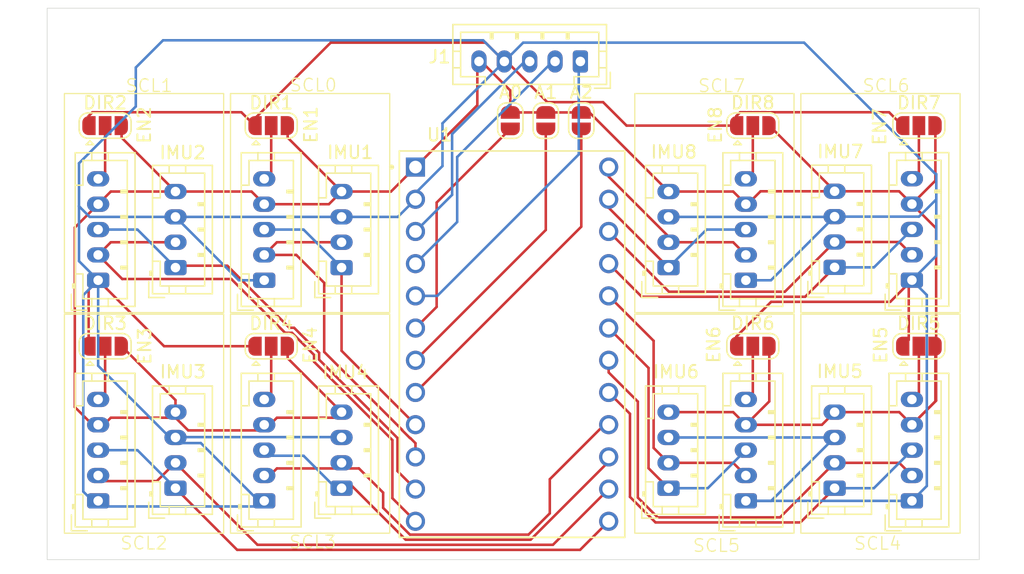
<source format=kicad_pcb>
(kicad_pcb (version 20240108) (generator "pcbnew") (generator_version "8.0")
  (layers (0 "F.Cu" signal) (31 "B.Cu" signal) (34 "B.Paste" user) (35 "F.Paste" user) (36 "B.SilkS" user "B.Silkscreen") (37 "F.SilkS" user "F.Silkscreen") (38 "B.Mask" user) (39 "F.Mask" user) (44 "Edge.Cuts" user))
  (net 0 "")
  (net 1 "GND")
  (net 2 "/DIR1")
  (net 3 "VCC")
  (net 4 "/SCL0")
  (net 5 "/SDA0")
  (net 6 "/SDA1")
  (net 7 "/SCL1")
  (net 8 "/SCL2")
  (net 9 "/SDA2")
  (net 10 "/SDA3")
  (net 11 "/SCL3")
  (net 12 "/SCL4")
  (net 13 "/SDA4")
  (net 14 "/DIR2")
  (net 15 "/SCL5")
  (net 16 "/SDA5")
  (net 17 "/SDA6")
  (net 18 "/SCL6")
  (net 19 "/SCL7")
  (net 20 "/SDA7")
  (net 21 "/SCL")
  (net 22 "/RST")
  (net 23 "/SDA")
  (net 24 "Net-(JP1-B)")
  (net 25 "Net-(JP2-B)")
  (net 26 "Net-(JP3-B)")
  (net 27 "/DIR3")
  (net 28 "/DIR4")
  (net 29 "/DIR5")
  (net 30 "/DIR6")
  (net 31 "/DIR7")
  (net 32 "/DIR8")
  (footprint "Jumper:SolderJumper-3_P1.3mm_Open_RoundedPad1.0x1.5mm" (layer "F.Cu") (at 111.18 67.4495)
    (property "Reference" "DIR2")
    (property "Value" "SolderJumper_3_Open")
  )
  (footprint "Connector_JST:JST_PH_B5B-PH-K_1x05_P2.00mm_Vertical" (layer "F.Cu") (at 148.67 62.39 180)
    (property "Reference" "J1")
    (property "Value" "Conn_01x05")
  )
  (footprint "Connector_JST:JST_PH_B5B-PH-K_1x05_P2.00mm_Vertical" (layer "F.Cu") (at 110.63 97.05 90)
    (property "Reference" "EN3")
    (property "Value" "Conn_01x05_Pin")
  )
  (footprint "Connector_JST:JST_PH_B4B-PH-K_1x04_P2.00mm_Vertical" (layer "F.Cu") (at 116.73 78.65 90)
    (property "Reference" "IMU2")
    (property "Value" "Conn_01x04_Pin")
  )
  (footprint "Jumper:SolderJumper-3_P1.3mm_Open_RoundedPad1.0x1.5mm" (layer "F.Cu") (at 175.37 67.4495)
    (property "Reference" "DIR7")
    (property "Value" "SolderJumper_3_Open")
  )
  (footprint "Connector_JST:JST_PH_B4B-PH-K_1x04_P2.00mm_Vertical" (layer "F.Cu") (at 168.72 96.05 90)
    (property "Reference" "IMU5")
    (property "Value" "Conn_01x04_Pin")
  )
  (footprint "Jumper:SolderJumper-3_P1.3mm_Open_RoundedPad1.0x1.5mm" (layer "F.Cu") (at 124.28 84.8495)
    (property "Reference" "DIR4")
    (property "Value" "SolderJumper_3_Open")
  )
  (footprint "Jumper:SolderJumper-3_P1.3mm_Open_RoundedPad1.0x1.5mm" (layer "F.Cu") (at 162.27 67.4495)
    (property "Reference" "DIR8")
    (property "Value" "SolderJumper_3_Open")
  )
  (footprint "Jumper:SolderJumper-3_P1.3mm_Open_RoundedPad1.0x1.5mm" (layer "F.Cu") (at 162.27 84.8495)
    (property "Reference" "DIR6")
    (property "Value" "SolderJumper_3_Open")
  )
  (footprint "Connector_JST:JST_PH_B5B-PH-K_1x05_P2.00mm_Vertical" (layer "F.Cu") (at 174.82 79.64 90)
    (property "Reference" "EN7")
    (property "Value" "Conn_01x05_Pin")
  )
  (footprint "Connector_JST:JST_PH_B4B-PH-K_1x04_P2.00mm_Vertical" (layer "F.Cu") (at 116.73 96.05 90)
    (property "Reference" "IMU3")
    (property "Value" "Conn_01x04_Pin")
  )
  (footprint "Connector_JST:JST_PH_B5B-PH-K_1x05_P2.00mm_Vertical" (layer "F.Cu") (at 161.72 79.65 90)
    (property "Reference" "EN8")
    (property "Value" "Conn_01x05_Pin")
  )
  (footprint "Jumper:SolderJumper-2_P1.3mm_Open_RoundedPad1.0x1.5mm" (layer "F.Cu") (at 145.94 67.06 -90)
    (property "Reference" "A1")
    (property "Value" "SolderJumper_2_Open")
  )
  (footprint "Connector_JST:JST_PH_B5B-PH-K_1x05_P2.00mm_Vertical" (layer "F.Cu") (at 123.73 97.05 90)
    (property "Reference" "EN4")
    (property "Value" "Conn_01x05_Pin")
  )
  (footprint "Connector_JST:JST_PH_B4B-PH-K_1x04_P2.00mm_Vertical" (layer "F.Cu") (at 168.72 78.63 90)
    (property "Reference" "IMU7")
    (property "Value" "Conn_01x04_Pin")
  )
  (footprint "Jumper:SolderJumper-3_P1.3mm_Open_RoundedPad1.0x1.5mm" (layer "F.Cu") (at 124.28 67.4495)
    (property "Reference" "DIR1")
    (property "Value" "SolderJumper_3_Open")
  )
  (footprint "Connector_JST:JST_PH_B4B-PH-K_1x04_P2.00mm_Vertical" (layer "F.Cu") (at 155.62 96.05 90)
    (property "Reference" "IMU6")
    (property "Value" "Conn_01x04_Pin")
  )
  (footprint "Jumper:SolderJumper-2_P1.3mm_Open_RoundedPad1.0x1.5mm" (layer "F.Cu") (at 143.14 67.06 -90)
    (property "Reference" "A0")
    (property "Value" "SolderJumper_2_Open")
  )
  (footprint "Jumper:SolderJumper-3_P1.3mm_Open_RoundedPad1.0x1.5mm" (layer "F.Cu") (at 111.18 84.8495)
    (property "Reference" "DIR3")
    (property "Value" "SolderJumper_3_Open")
  )
  (footprint "Connector_JST:JST_PH_B5B-PH-K_1x05_P2.00mm_Vertical" (layer "F.Cu") (at 161.72 97.05 90)
    (property "Reference" "EN6")
    (property "Value" "Conn_01x05_Pin")
  )
  (footprint "Connector_JST:JST_PH_B4B-PH-K_1x04_P2.00mm_Vertical" (layer "F.Cu") (at 155.62 78.65 90)
    (property "Reference" "IMU8")
    (property "Value" "Conn_01x04_Pin")
  )
  (footprint "TCA9548A I2C Multiplexer:MODULE_2717" (layer "F.Cu") (at 143.28 84.69)
    (property "Reference" "U1")
    (property "Value" "2717")
  )
  (footprint "Connector_JST:JST_PH_B4B-PH-K_1x04_P2.00mm_Vertical" (layer "F.Cu") (at 129.83 96.05 90)
    (property "Reference" "IMU4")
    (property "Value" "Conn_01x04_Pin")
  )
  (footprint "Connector_JST:JST_PH_B5B-PH-K_1x05_P2.00mm_Vertical" (layer "F.Cu") (at 123.73 79.65 90)
    (property "Reference" "EN1")
    (property "Value" "Conn_01x05_Pin")
  )
  (footprint "Jumper:SolderJumper-3_P1.3mm_Open_RoundedPad1.0x1.5mm" (layer "F.Cu") (at 175.37 84.8495)
    (property "Reference" "DIR5")
    (property "Value" "SolderJumper_3_Open")
  )
  (footprint "Jumper:SolderJumper-2_P1.3mm_Open_RoundedPad1.0x1.5mm" (layer "F.Cu") (at 148.74 67.06 -90)
    (property "Reference" "A2")
    (property "Value" "SolderJumper_2_Open")
  )
  (footprint "Connector_JST:JST_PH_B5B-PH-K_1x05_P2.00mm_Vertical" (layer "F.Cu") (at 110.63 79.65 90)
    (property "Reference" "EN2")
    (property "Value" "Conn_01x05_Pin")
  )
  (footprint "Connector_JST:JST_PH_B5B-PH-K_1x05_P2.00mm_Vertical" (layer "F.Cu") (at 174.82 97.05 90)
    (property "Reference" "EN5")
    (property "Value" "Conn_01x05_Pin")
  )
  (footprint "Connector_JST:JST_PH_B4B-PH-K_1x04_P2.00mm_Vertical" (layer "F.Cu") (at 129.83 78.65 90)
    (property "Reference" "IMU1")
    (property "Value" "Conn_01x04_Pin")
  )
  (gr_rect (start 152.96 64.92) (end 165.52 82.2) (stroke (width 0.1)) (fill none) (layer "F.SilkS"))
  (gr_rect (start 121.07 64.92) (end 133.63 82.2) (stroke (width 0.1)) (fill none) (layer "F.SilkS"))
  (gr_rect (start 107.97 82.32) (end 120.53 99.6) (stroke (width 0.1)) (fill none) (layer "F.SilkS"))
  (gr_line (start 121.07 66.15) (end 121.07 64.92) (stroke (width 0.1)) (layer "F.SilkS"))
  (gr_rect (start 121.07 82.32) (end 133.63 99.6) (stroke (width 0.1)) (fill none) (layer "F.SilkS"))
  (gr_rect (start 166.06 82.32) (end 178.62 99.6) (stroke (width 0.1)) (fill none) (layer "F.SilkS"))
  (gr_rect (start 107.97 64.92) (end 120.53 82.2) (stroke (width 0.1)) (fill none) (layer "F.SilkS"))
  (gr_rect (start 166.06 64.92) (end 178.62 82.2) (stroke (width 0.1)) (fill none) (layer "F.SilkS"))
  (gr_rect (start 152.96 82.32) (end 165.52 99.6) (stroke (width 0.1)) (fill none) (layer "F.SilkS"))
  (gr_rect (start 106.61 58.19) (end 180.13 101.69) (stroke (width 0.05)) (fill none) (layer "Edge.Cuts"))
  (gr_text "SCL6\n\n" (at 170.86 66.49 0) (layer "F.SilkS") (effects (font (size 1 1) (thickness 0.1)) (justify left bottom)))
  (gr_text "SCL1\n" (at 112.73 64.88 0) (layer "F.SilkS") (effects (font (size 1 1) (thickness 0.1)) (justify left bottom)))
  (gr_text "SCL5\n" (at 157.48 101.16 0) (layer "F.SilkS") (effects (font (size 1 1) (thickness 0.1)) (justify left bottom)))
  (gr_text "SCL0\n\n" (at 125.68 66.4495 0) (layer "F.SilkS") (effects (font (size 1 1) (thickness 0.1)) (justify left bottom)))
  (gr_text "SCL7\n" (at 157.89 64.89 0) (layer "F.SilkS") (effects (font (size 1 1) (thickness 0.1)) (justify left bottom)))
  (gr_text "SCL4\n\n" (at 170.19 102.6 0) (layer "F.SilkS") (effects (font (size 1 1) (thickness 0.1)) (justify left bottom)))
  (gr_text "SCL2\n" (at 112.32 100.97 0) (layer "F.SilkS") (effects (font (size 1 1) (thickness 0.1)) (justify left bottom)))
  (gr_text "SCL3\n" (at 125.63 100.88 0) (layer "F.SilkS") (effects (font (size 1 1) (thickness 0.1)) (justify left bottom)))
  (segment (start 122.98 67.4495) (end 122.98 66.8995) (width 0.2) (layer "F.Cu") (net 1))
  (segment (start 160.97 66.6945) (end 161.27 66.3945) (width 0.2) (layer "F.Cu") (net 1))
  (segment (start 152.31 67.4495) (end 160.97 67.4495) (width 0.2) (layer "F.Cu") (net 1))
  (segment (start 174.57 79.89) (end 174.57 84.3495) (width 0.2) (layer "F.Cu") (net 1))
  (segment (start 122.98 66.8995) (end 128.9745 60.905) (width 0.2) (layer "F.Cu") (net 1))
  (segment (start 146.059909 65.599909) (end 150.460409 65.599909) (width 0.2) (layer "F.Cu") (net 1))
  (segment (start 109.88 67.4495) (end 109.88 66.6945) (width 0.2) (layer "F.Cu") (net 1))
  (segment (start 121.925 66.3945) (end 122.98 67.4495) (width 0.2) (layer "F.Cu") (net 1))
  (segment (start 109.88 80.4) (end 110.63 79.65) (width 0.2) (layer "F.Cu") (net 1))
  (segment (start 109.88 66.6945) (end 110.18 66.3945) (width 0.2) (layer "F.Cu") (net 1))
  (segment (start 128.9745 60.905) (end 141.185 60.905) (width 0.2) (layer "F.Cu") (net 1))
  (segment (start 110.18 66.3945) (end 121.925 66.3945) (width 0.2) (layer "F.Cu") (net 1))
  (segment (start 110.63 79.65) (end 115.8295 84.8495) (width 0.2) (layer "F.Cu") (net 1))
  (segment (start 160.97 84.0945) (end 160.97 84.8495) (width 0.2) (layer "F.Cu") (net 1))
  (segment (start 174.82 79.64) (end 173.11 81.35) (width 0.2) (layer "F.Cu") (net 1))
  (segment (start 161.27 66.3945) (end 173.015 66.3945) (width 0.2) (layer "F.Cu") (net 1))
  (segment (start 109.88 84.8495) (end 109.88 80.4) (width 0.2) (layer "F.Cu") (net 1))
  (segment (start 142.85 62.39) (end 146.059909 65.599909) (width 0.2) (layer "F.Cu") (net 1))
  (segment (start 173.11 81.35) (end 163.7145 81.35) (width 0.2) (layer "F.Cu") (net 1))
  (segment (start 174.82 79.64) (end 174.57 79.89) (width 0.2) (layer "F.Cu") (net 1))
  (segment (start 163.7145 81.35) (end 160.97 84.0945) (width 0.2) (layer "F.Cu") (net 1))
  (segment (start 150.460409 65.599909) (end 152.31 67.4495) (width 0.2) (layer "F.Cu") (net 1))
  (segment (start 115.8295 84.8495) (end 122.98 84.8495) (width 0.2) (layer "F.Cu") (net 1))
  (segment (start 160.97 67.4495) (end 160.97 66.6945) (width 0.2) (layer "F.Cu") (net 1))
  (segment (start 141.185 60.905) (end 142.67 62.39) (width 0.2) (layer "F.Cu") (net 1))
  (segment (start 174.57 84.3495) (end 174.07 84.8495) (width 0.2) (layer "F.Cu") (net 1))
  (segment (start 142.67 62.39) (end 142.85 62.39) (width 0.2) (layer "F.Cu") (net 1))
  (segment (start 173.015 66.3945) (end 174.07 67.4495) (width 0.2) (layer "F.Cu") (net 1))
  (segment (start 142.67 62.39) (end 137.79 67.27) (width 0.2) (layer "B.Cu") (net 1))
  (segment (start 134.27 74.65) (end 135.66 73.26) (width 0.2) (layer "B.Cu") (net 1))
  (segment (start 163.72 97.05) (end 168.72 92.05) (width 0.2) (layer "B.Cu") (net 1))
  (segment (start 129.83 74.65) (end 134.27 74.65) (width 0.2) (layer "B.Cu") (net 1))
  (segment (start 110.63 86.39) (end 110.63 79.65) (width 0.2) (layer "B.Cu") (net 1))
  (segment (start 166.315 60.905) (end 144.155 60.905) (width 0.2) (layer "B.Cu") (net 1))
  (segment (start 155.62 92.05) (end 168.72 92.05) (width 0.2) (layer "B.Cu") (net 1))
  (segment (start 129.36 92.02) (end 117.2 92.02) (width 0.2) (layer "B.Cu") (net 1))
  (segment (start 109.96 74.65) (end 116.73 74.65) (width 0.2) (layer "B.Cu") (net 1))
  (segment (start 155.62 74.65) (end 168.7 74.65) (width 0.2) (layer "B.Cu") (net 1))
  (segment (start 175.995 95.875) (end 175.995 80.815) (width 0.2) (layer "B.Cu") (net 1))
  (segment (start 110.63 97.49) (end 109.455 96.315) (width 0.2) (layer "B.Cu") (net 1))
  (segment (start 109.12 73.81) (end 109.12 70.42) (width 0.2) (layer "B.Cu") (net 1))
  (segment (start 113.6 62.87) (end 115.75 60.72) (width 0.2) (layer "B.Cu") (net 1))
  (segment (start 116.73 92.49) (end 118.73 92.49) (width 0.2) (layer "B.Cu") (net 1))
  (segment (start 117.2 92.02) (end 116.73 92.49) (width 0.2) (layer "B.Cu") (net 1))
  (segment (start 176.74 71.33) (end 176.74 71.27) (width 0.2) (layer "B.Cu") (net 1))
  (segment (start 176.74 73.267792) (end 176.74 71.27) (width 0.2) (layer "B.Cu") (net 1))
  (segment (start 123.73 97.49) (end 110.63 97.49) (width 0.2) (layer "B.Cu") (net 1))
  (segment (start 168.7 74.65) (end 168.72 74.63) (width 0.2) (layer "B.Cu") (net 1))
  (segment (start 168.72 74.63) (end 175.377792 74.63) (width 0.2) (layer "B.Cu") (net 1))
  (segment (start 161.72 97.05) (end 174.82 97.05) (width 0.2) (layer "B.Cu") (net 1))
  (segment (start 176.74 71.33) (end 166.315 60.905) (width 0.2) (layer "B.Cu") (net 1))
  (segment (start 176.74 77.72) (end 176.74 71.33) (width 0.2) (layer "B.Cu") (net 1))
  (segment (start 109.12 73.81) (end 109.215 73.905) (width 0.2) (layer "B.Cu") (net 1))
  (segment (start 115.75 60.72) (end 141 60.72) (width 0.2) (layer "B.Cu") (net 1))
  (segment (start 137.79 67.27) (end 137.79 70.64) (width 0.2) (layer "B.Cu") (net 1))
  (segment (start 109.455 80.825) (end 110.63 79.65) (width 0.2) (layer "B.Cu") (net 1))
  (segment (start 161.72 79.65) (end 163.7 79.65) (width 0.2) (layer "B.Cu") (net 1))
  (segment (start 144.155 60.905) (end 142.67 62.39) (width 0.2) (layer "B.Cu") (net 1))
  (segment (start 109.215 73.905) (end 109.96 74.65) (width 0.2) (layer "B.Cu") (net 1))
  (segment (start 118.73 92.49) (end 123.73 97.49) (width 0.2) (layer "B.Cu") (net 1))
  (segment (start 121.73 79.65) (end 116.73 74.65) (width 0.2) (layer "B.Cu") (net 1))
  (segment (start 141 60.72) (end 142.67 62.39) (width 0.2) (layer "B.Cu") (net 1))
  (segment (start 109.12 78.14) (end 109.12 73.81) (width 0.2) (layer "B.Cu") (net 1))
  (segment (start 135.66 72.77) (end 135.66 73.26) (width 0.2) (layer "B.Cu") (net 1))
  (segment (start 109.12 70.42) (end 113.6 65.94) (width 0.2) (layer "B.Cu") (net 1))
  (segment (start 129.83 92.49) (end 129.36 92.02) (width 0.2) (layer "B.Cu") (net 1))
  (segment (start 110.63 79.65) (end 109.12 78.14) (width 0.2) (layer "B.Cu") (net 1))
  (segment (start 123.73 79.65) (end 121.73 79.65) (width 0.2) (layer "B.Cu") (net 1))
  (segment (start 137.79 70.64) (end 135.66 72.77) (width 0.2) (layer "B.Cu") (net 1))
  (segment (start 174.82 97.05) (end 175.995 95.875) (width 0.2) (layer "B.Cu") (net 1))
  (segment (start 175.377792 74.63) (end 176.74 73.267792) (width 0.2) (layer "B.Cu") (net 1))
  (segment (start 113.6 65.94) (end 113.6 62.87) (width 0.2) (layer "B.Cu") (net 1))
  (segment (start 116.73 92.49) (end 110.63 86.39) (width 0.2) (layer "B.Cu") (net 1))
  (segment (start 109.455 96.315) (end 109.455 80.825) (width 0.2) (layer "B.Cu") (net 1))
  (segment (start 163.7 79.65) (end 168.72 74.63) (width 0.2) (layer "B.Cu") (net 1))
  (segment (start 129.83 74.65) (end 116.73 74.65) (width 0.2) (layer "B.Cu") (net 1))
  (segment (start 175.995 80.815) (end 174.82 79.64) (width 0.2) (layer "B.Cu") (net 1))
  (segment (start 174.82 79.64) (end 176.74 77.72) (width 0.2) (layer "B.Cu") (net 1))
  (segment (start 161.72 97.05) (end 163.72 97.05) (width 0.2) (layer "B.Cu") (net 1))
  (segment (start 124.28 67.4495) (end 124.28 71.1) (width 0.2) (layer "F.Cu") (net 2))
  (segment (start 124.28 71.1) (end 123.73 71.65) (width 0.2) (layer "F.Cu") (net 2))
  (segment (start 173.82 90.05) (end 174.82 91.05) (width 0.2) (layer "F.Cu") (net 3))
  (segment (start 140.54 62.52) (end 140.54 65.84) (width 0.2) (layer "F.Cu") (net 3))
  (segment (start 176.73 75.55) (end 174.82 73.64) (width 0.2) (layer "F.Cu") (net 3))
  (segment (start 125.58 85.8) (end 129.83 90.05) (width 0.2) (layer "F.Cu") (net 3))
  (segment (start 110.63 91.49) (end 108.79 89.65) (width 0.2) (layer "F.Cu") (net 3))
  (segment (start 176.67 89.2) (end 176.67 84.8495) (width 0.2) (layer "F.Cu") (net 3))
  (segment (start 143.14 66.355) (end 143.14 66.41) (width 0.2) (layer "F.Cu") (net 3))
  (segment (start 128.83 73.65) (end 129.83 72.65) (width 0.2) (layer "F.Cu") (net 3))
  (segment (start 111.63 90.49) (end 110.63 91.49) (width 0.2) (layer "F.Cu") (net 3))
  (segment (start 140.85 62.39) (end 143.14 64.68) (width 0.2) (layer "F.Cu") (net 3))
  (segment (start 116.73 72.65) (end 111.63 72.65) (width 0.2) (layer "F.Cu") (net 3))
  (segment (start 167.72 91.05) (end 168.72 90.05) (width 0.2) (layer "F.Cu") (net 3))
  (segment (start 143.14 64.68) (end 143.14 66.41) (width 0.2) (layer "F.Cu") (net 3))
  (segment (start 162.88 72.63) (end 168.72 72.63) (width 0.2) (layer "F.Cu") (net 3))
  (segment (start 161.72 73.65) (end 161.86 73.65) (width 0.2) (layer "F.Cu") (net 3))
  (segment (start 129.83 72.65) (end 133.73 72.65) (width 0.2) (layer "F.Cu") (net 3))
  (segment (start 111.63 72.65) (end 110.63 73.65) (width 0.2) (layer "F.Cu") (net 3))
  (segment (start 129.83 90.49) (end 124.73 90.49) (width 0.2) (layer "F.Cu") (net 3))
  (segment (start 125.58 68.4) (end 129.83 72.65) (width 0.2) (layer "F.Cu") (net 3))
  (segment (start 108.79 75.49) (end 110.63 73.65) (width 0.2) (layer "F.Cu") (net 3))
  (segment (start 116.73 90.49) (end 111.63 90.49) (width 0.2) (layer "F.Cu") (net 3))
  (segment (start 145.94 66.41) (end 148.74 66.41) (width 0.2) (layer "F.Cu") (net 3))
  (segment (start 117.73 91.49) (end 116.73 90.49) (width 0.2) (layer "F.Cu") (net 3))
  (segment (start 176.67 67.4495) (end 176.67 71.79) (width 0.2) (layer "F.Cu") (net 3))
  (segment (start 140.67 62.39) (end 140.54 62.52) (width 0.2) (layer "F.Cu") (net 3))
  (segment (start 161.86 73.65) (end 162.88 72.63) (width 0.2) (layer "F.Cu") (net 3))
  (segment (start 160.72 72.65) (end 161.72 73.65) (width 0.2) (layer "F.Cu") (net 3))
  (segment (start 116.73 89.0995) (end 112.48 84.8495) (width 0.2) (layer "F.Cu") (net 3))
  (segment (start 123.73 73.65) (end 128.83 73.65) (width 0.2) (layer "F.Cu") (net 3))
  (segment (start 163.57 67.4495) (end 168.72 72.5995) (width 0.2) (layer "F.Cu") (net 3))
  (segment (start 133.73 72.65) (end 135.66 70.72) (width 0.2) (layer "F.Cu") (net 3))
  (segment (start 116.73 72.65) (end 122.73 72.65) (width 0.2) (layer "F.Cu") (net 3))
  (segment (start 176.73 89.14) (end 176.73 75.55) (width 0.2) (layer "F.Cu") (net 3))
  (segment (start 168.72 90.05) (end 173.82 90.05) (width 0.2) (layer "F.Cu") (net 3))
  (segment (start 112.48 68.4) (end 116.73 72.65) (width 0.2) (layer "F.Cu") (net 3))
  (segment (start 174.82 91.05) (end 176.73 89.14) (width 0.2) (layer "F.Cu") (net 3))
  (segment (start 140.54 65.84) (end 135.66 70.72) (width 0.2) (layer "F.Cu") (net 3))
  (segment (start 168.72 72.63) (end 173.81 72.63) (width 0.2) (layer "F.Cu") (net 3))
  (segment (start 125.58 67.4495) (end 125.58 68.4) (width 0.2) (layer "F.Cu") (net 3))
  (segment (start 116.73 90.05) (end 116.73 89.0995) (width 0.2) (layer "F.Cu") (net 3))
  (segment (start 155.62 90.05) (end 160.72 90.05) (width 0.2) (layer "F.Cu") (net 3))
  (segment (start 161.72 91.05) (end 167.72 91.05) (width 0.2) (layer "F.Cu") (net 3))
  (segment (start 140.67 62.39) (end 140.85 62.39) (width 0.2) (layer "F.Cu") (net 3))
  (segment (start 112.48 67.4495) (end 112.48 68.4) (width 0.2) (layer "F.Cu") (net 3))
  (segment (start 176.67 71.79) (end 174.82 73.64) (width 0.2) (layer "F.Cu") (net 3))
  (segment (start 174.82 91.05) (end 176.67 89.2) (width 0.2) (layer "F.Cu") (net 3))
  (segment (start 163.57 84.8495) (end 163.57 89.2) (width 0.2) (layer "F.Cu") (net 3))
  (segment (start 155.62 72.65) (end 160.72 72.65) (width 0.2) (layer "F.Cu") (net 3))
  (segment (start 148.74 66.41) (end 149.38 66.41) (width 0.2) (layer "F.Cu") (net 3))
  (segment (start 155.09 72.65) (end 155.62 72.65) (width 0.2) (layer "F.Cu") (net 3))
  (segment (start 123.73 91.49) (end 117.73 91.49) (width 0.2) (layer "F.Cu") (net 3))
  (segment (start 160.72 90.05) (end 161.72 91.05) (width 0.2) (layer "F.Cu") (net 3))
  (segment (start 168.72 72.5995) (end 168.72 72.63) (width 0.2) (layer "F.Cu") (net 3))
  (segment (start 143.14 66.41) (end 145.94 66.41) (width 0.2) (layer "F.Cu") (net 3))
  (segment (start 125.58 84.8495) (end 125.58 85.8) (width 0.2) (layer "F.Cu") (net 3))
  (segment (start 149.38 66.41) (end 155.62 72.65) (width 0.2) (layer "F.Cu") (net 3))
  (segment (start 173.81 72.63) (end 174.82 73.64) (width 0.2) (layer "F.Cu") (net 3))
  (segment (start 122.73 72.65) (end 123.73 73.65) (width 0.2) (layer "F.Cu") (net 3))
  (segment (start 124.73 90.49) (end 123.73 91.49) (width 0.2) (layer "F.Cu") (net 3))
  (segment (start 108.79 89.65) (end 108.79 75.49) (width 0.2) (layer "F.Cu") (net 3))
  (segment (start 163.57 89.2) (end 161.72 91.05) (width 0.2) (layer "F.Cu") (net 3))
  (segment (start 128.46 79.85) (end 128.46 85.3) (width 0.2) (layer "F.Cu") (net 4))
  (segment (start 129.83 76.65) (end 124.73 76.65) (width 0.2) (layer "F.Cu") (net 4))
  (segment (start 134.606 91.476582) (end 135.223418 92.094) (width 0.2) (layer "F.Cu") (net 4))
  (segment (start 135.223418 92.094) (end 135.254 92.094) (width 0.2) (layer "F.Cu") (net 4))
  (segment (start 134.606 91.446) (end 134.606 91.476582) (width 0.2) (layer "F.Cu") (net 4))
  (segment (start 135.66 92.5) (end 135.66 93.58) (width 0.2) (layer "F.Cu") (net 4))
  (segment (start 124.73 76.65) (end 123.73 77.65) (width 0.2) (layer "F.Cu") (net 4))
  (segment (start 135.254 92.094) (end 135.66 92.5) (width 0.2) (layer "F.Cu") (net 4))
  (segment (start 123.73 77.65) (end 126.26 77.65) (width 0.2) (layer "F.Cu") (net 4))
  (segment (start 128.46 85.3) (end 134.606 91.446) (width 0.2) (layer "F.Cu") (net 4))
  (segment (start 126.26 77.65) (end 128.46 79.85) (width 0.2) (layer "F.Cu") (net 4))
  (segment (start 129.83 78.65) (end 129.83 85.21) (width 0.2) (layer "F.Cu") (net 5))
  (segment (start 129.83 85.21) (end 135.66 91.04) (width 0.2) (layer "F.Cu") (net 5))
  (segment (start 126.83 75.65) (end 129.83 78.65) (width 0.2) (layer "B.Cu") (net 5))
  (segment (start 123.73 75.65) (end 126.83 75.65) (width 0.2) (layer "B.Cu") (net 5))
  (segment (start 128.06 85.91) (end 134.24 92.09) (width 0.2) (layer "F.Cu") (net 6))
  (segment (start 134.24 94.7) (end 135.66 96.12) (width 0.2) (layer "F.Cu") (net 6))
  (segment (start 120.820256 78.5) (end 125.714756 83.3945) (width 0.2) (layer "F.Cu") (net 6))
  (segment (start 135.66 95.66) (end 135.66 96.12) (width 0.2) (layer "F.Cu") (net 6))
  (segment (start 128.06 85.369937) (end 128.06 85.91) (width 0.2) (layer "F.Cu") (net 6))
  (segment (start 116.73 78.65) (end 116.88 78.5) (width 0.2) (layer "F.Cu") (net 6))
  (segment (start 116.88 78.5) (end 120.820256 78.5) (width 0.2) (layer "F.Cu") (net 6))
  (segment (start 134.24 92.09) (end 134.24 94.7) (width 0.2) (layer "F.Cu") (net 6))
  (segment (start 126.084563 83.3945) (end 128.06 85.369937) (width 0.2) (layer "F.Cu") (net 6))
  (segment (start 125.714756 83.3945) (end 126.084563 83.3945) (width 0.2) (layer "F.Cu") (net 6))
  (segment (start 110.63 75.65) (end 113.73 75.65) (width 0.2) (layer "B.Cu") (net 6))
  (segment (start 113.73 75.65) (end 116.73 78.65) (width 0.2) (layer "B.Cu") (net 6))
  (segment (start 125.918877 83.7945) (end 127.66 85.535623) (width 0.2) (layer "F.Cu") (net 7))
  (segment (start 133.84 92.255686) (end 133.84 96.84) (width 0.2) (layer "F.Cu") (net 7))
  (segment (start 125.378814 83.7945) (end 125.918877 83.7945) (width 0.2) (layer "F.Cu") (net 7))
  (segment (start 116.73 76.65) (end 111.63 76.65) (width 0.2) (layer "F.Cu") (net 7))
  (segment (start 110.63 77.65) (end 112.53 79.55) (width 0.2) (layer "F.Cu") (net 7))
  (segment (start 112.53 79.55) (end 121.134314 79.55) (width 0.2) (layer "F.Cu") (net 7))
  (segment (start 127.66 86.075686) (end 133.84 92.255686) (width 0.2) (layer "F.Cu") (net 7))
  (segment (start 127.66 85.535623) (end 127.66 86.075686) (width 0.2) (layer "F.Cu") (net 7))
  (segment (start 133.84 96.84) (end 135.66 98.66) (width 0.2) (layer "F.Cu") (net 7))
  (segment (start 111.63 76.65) (end 110.63 77.65) (width 0.2) (layer "F.Cu") (net 7))
  (segment (start 121.134314 79.55) (end 125.378814 83.7945) (width 0.2) (layer "F.Cu") (net 7))
  (segment (start 115.26 95.49) (end 116.26 94.49) (width 0.2) (layer "F.Cu") (net 8))
  (segment (start 116.73 94.05) (end 123.194 100.514) (width 0.2) (layer "F.Cu") (net 8))
  (segment (start 110.63 95.49) (end 115.26 95.49) (width 0.2) (layer "F.Cu") (net 8))
  (segment (start 123.194 100.514) (end 146.506 100.514) (width 0.2) (layer "F.Cu") (net 8))
  (segment (start 116.26 94.49) (end 116.73 94.49) (width 0.2) (layer "F.Cu") (net 8))
  (segment (start 146.506 100.514) (end 150.9 96.12) (width 0.2) (layer "F.Cu") (net 8))
  (segment (start 121.594 100.914) (end 148.646 100.914) (width 0.2) (layer "F.Cu") (net 9))
  (segment (start 116.73 96.05) (end 121.594 100.914) (width 0.2) (layer "F.Cu") (net 9))
  (segment (start 148.646 100.914) (end 150.9 98.66) (width 0.2) (layer "F.Cu") (net 9))
  (segment (start 113.73 93.05) (end 116.73 96.05) (width 0.2) (layer "B.Cu") (net 9))
  (segment (start 110.63 93.05) (end 113.73 93.05) (width 0.2) (layer "B.Cu") (net 9))
  (segment (start 144.741686 100.114) (end 150.9 93.955686) (width 0.2) (layer "F.Cu") (net 10))
  (segment (start 129.83 96.49) (end 130.547157 95.772843) (width 0.2) (layer "F.Cu") (net 10))
  (segment (start 130.547157 95.772843) (end 134.888314 100.114) (width 0.2) (layer "F.Cu") (net 10))
  (segment (start 150.9 93.955686) (end 150.9 93.58) (width 0.2) (layer "F.Cu") (net 10))
  (segment (start 134.888314 100.114) (end 144.741686 100.114) (width 0.2) (layer "F.Cu") (net 10))
  (segment (start 126.83 93.49) (end 129.83 96.49) (width 0.2) (layer "B.Cu") (net 10))
  (segment (start 123.73 93.49) (end 126.83 93.49) (width 0.2) (layer "B.Cu") (net 10))
  (segment (start 133.11 97.600582) (end 135.223418 99.714) (width 0.2) (layer "F.Cu") (net 11))
  (segment (start 146.256 98.034) (end 146.256 95.344) (width 0.2) (layer "F.Cu") (net 11))
  (segment (start 133.11 96.4) (end 133.11 97.600582) (width 0.2) (layer "F.Cu") (net 11))
  (segment (start 150.56 91.04) (end 150.9 91.04) (width 0.2) (layer "F.Cu") (net 11))
  (segment (start 131.2 94.49) (end 133.11 96.4) (width 0.2) (layer "F.Cu") (net 11))
  (segment (start 123.73 95.49) (end 124.73 94.49) (width 0.2) (layer "F.Cu") (net 11))
  (segment (start 124.73 94.49) (end 131.2 94.49) (width 0.2) (layer "F.Cu") (net 11))
  (segment (start 144.576 99.714) (end 146.256 98.034) (width 0.2) (layer "F.Cu") (net 11))
  (segment (start 135.223418 99.714) (end 144.576 99.714) (width 0.2) (layer "F.Cu") (net 11))
  (segment (start 146.256 95.344) (end 150.56 91.04) (width 0.2) (layer "F.Cu") (net 11))
  (segment (start 164.42 98.35) (end 154.76 98.35) (width 0.2) (layer "F.Cu") (net 12))
  (segment (start 150.9 86.92) (end 150.9 85.96) (width 0.2) (layer "F.Cu") (net 12))
  (segment (start 153.2 96.79) (end 153.2 89.22) (width 0.2) (layer "F.Cu") (net 12))
  (segment (start 153.2 89.22) (end 150.9 86.92) (width 0.2) (layer "F.Cu") (net 12))
  (segment (start 154.76 98.35) (end 153.2 96.79) (width 0.2) (layer "F.Cu") (net 12))
  (segment (start 168.72 94.05) (end 173.82 94.05) (width 0.2) (layer "F.Cu") (net 12))
  (segment (start 173.82 94.05) (end 174.82 95.05) (width 0.2) (layer "F.Cu") (net 12))
  (segment (start 168.72 94.05) (end 164.42 98.35) (width 0.2) (layer "F.Cu") (net 12))
  (segment (start 168.72 96.05) (end 166.02 98.75) (width 0.2) (layer "F.Cu") (net 13))
  (segment (start 166.02 98.75) (end 154.594314 98.75) (width 0.2) (layer "F.Cu") (net 13))
  (segment (start 154.594314 98.75) (end 152.58 96.735686) (width 0.2) (layer "F.Cu") (net 13))
  (segment (start 152.58 90.18) (end 150.9 88.5) (width 0.2) (layer "F.Cu") (net 13))
  (segment (start 152.58 96.735686) (end 152.58 90.18) (width 0.2) (layer "F.Cu") (net 13))
  (segment (start 168.72 96.05) (end 171.82 96.05) (width 0.2) (layer "B.Cu") (net 13))
  (segment (start 171.82 96.05) (end 174.82 93.05) (width 0.2) (layer "B.Cu") (net 13))
  (segment (start 111.18 67.4495) (end 111.18 71.1) (width 0.2) (layer "F.Cu") (net 14))
  (segment (start 111.18 71.1) (end 110.63 71.65) (width 0.2) (layer "F.Cu") (net 14))
  (segment (start 154.445 92.875) (end 154.445 84.425) (width 0.2) (layer "F.Cu") (net 15))
  (segment (start 154.445 84.425) (end 150.9 80.88) (width 0.2) (layer "F.Cu") (net 15))
  (segment (start 155.62 94.05) (end 160.72 94.05) (width 0.2) (layer "F.Cu") (net 15))
  (segment (start 160.72 94.05) (end 161.72 95.05) (width 0.2) (layer "F.Cu") (net 15))
  (segment (start 155.62 94.05) (end 154.445 92.875) (width 0.2) (layer "F.Cu") (net 15))
  (segment (start 155.62 96.05) (end 154.045 94.475) (width 0.2) (layer "F.Cu") (net 16))
  (segment (start 154.045 86.565) (end 150.9 83.42) (width 0.2) (layer "F.Cu") (net 16))
  (segment (start 154.045 94.475) (end 154.045 86.565) (width 0.2) (layer "F.Cu") (net 16))
  (segment (start 158.72 96.05) (end 161.72 93.05) (width 0.2) (layer "B.Cu") (net 16))
  (segment (start 155.62 96.05) (end 158.72 96.05) (width 0.2) (layer "B.Cu") (net 16))
  (segment (start 166.4 80.95) (end 153.51 80.95) (width 0.2) (layer "F.Cu") (net 17))
  (segment (start 168.72 78.63) (end 166.4 80.95) (width 0.2) (layer "F.Cu") (net 17))
  (segment (start 153.51 80.95) (end 150.9 78.34) (width 0.2) (layer "F.Cu") (net 17))
  (segment (start 171.83 78.63) (end 174.82 75.64) (width 0.2) (layer "B.Cu") (net 17))
  (segment (start 168.72 78.63) (end 171.83 78.63) (width 0.2) (layer "B.Cu") (net 17))
  (segment (start 155.65 80.55) (end 150.9 75.8) (width 0.2) (layer "F.Cu") (net 18))
  (segment (start 168.72 76.63) (end 164.8 80.55) (width 0.2) (layer "F.Cu") (net 18))
  (segment (start 168.72 76.63) (end 173.81 76.63) (width 0.2) (layer "F.Cu") (net 18))
  (segment (start 164.8 80.55) (end 155.65 80.55) (width 0.2) (layer "F.Cu") (net 18))
  (segment (start 173.81 76.63) (end 174.82 77.64) (width 0.2) (layer "F.Cu") (net 18))
  (segment (start 150.9 71.477792) (end 155.62 76.197792) (width 0.2) (layer "F.Cu") (net 19))
  (segment (start 155.62 76.197792) (end 155.62 76.65) (width 0.2) (layer "F.Cu") (net 19))
  (segment (start 160.72 76.65) (end 161.72 77.65) (width 0.2) (layer "F.Cu") (net 19))
  (segment (start 155.62 76.65) (end 160.72 76.65) (width 0.2) (layer "F.Cu") (net 19))
  (segment (start 150.9 70.72) (end 150.9 71.477792) (width 0.2) (layer "F.Cu") (net 19))
  (segment (start 150.9 73.26) (end 150.9 73.93) (width 0.2) (layer "F.Cu") (net 20))
  (segment (start 150.9 73.93) (end 155.62 78.65) (width 0.2) (layer "F.Cu") (net 20))
  (segment (start 158.62 75.65) (end 155.62 78.65) (width 0.2) (layer "B.Cu") (net 20))
  (segment (start 161.72 75.65) (end 158.62 75.65) (width 0.2) (layer "B.Cu") (net 20))
  (segment (start 138.95 69.92) (end 138.95 75.05) (width 0.2) (layer "B.Cu") (net 21))
  (segment (start 146.635 62.23) (end 146.635 62.235) (width 0.2) (layer "B.Cu") (net 21))
  (segment (start 138.95 75.05) (end 135.66 78.34) (width 0.2) (layer "B.Cu") (net 21))
  (segment (start 146.49 62.39) (end 138.96 69.92) (width 0.2) (layer "B.Cu") (net 21))
  (segment (start 146.67 62.39) (end 146.49 62.39) (width 0.2) (layer "B.Cu") (net 21))
  (segment (start 138.96 69.92) (end 138.95 69.92) (width 0.2) (layer "B.Cu") (net 21))
  (segment (start 137.382476 80.88) (end 135.66 80.88) (width 0.2) (layer "B.Cu") (net 22))
  (segment (start 148.67 62.39) (end 148.54 62.52) (width 0.2) (layer "B.Cu") (net 22))
  (segment (start 148.54 62.52) (end 148.54 69.722476) (width 0.2) (layer "B.Cu") (net 22))
  (segment (start 148.54 69.722476) (end 137.382476 80.88) (width 0.2) (layer "B.Cu") (net 22))
  (segment (start 144.28 62.39) (end 138.55 68.12) (width 0.2) (layer "B.Cu") (net 23))
  (segment (start 138.55 68.12) (end 138.55 72.91) (width 0.2) (layer "B.Cu") (net 23))
  (segment (start 144.67 62.39) (end 144.28 62.39) (width 0.2) (layer "B.Cu") (net 23))
  (segment (start 138.55 72.91) (end 135.66 75.8) (width 0.2) (layer "B.Cu") (net 23))
  (segment (start 137.33 81.75) (end 135.66 83.42) (width 0.2) (layer "F.Cu") (net 24))
  (segment (start 143.14 67.71) (end 137.33 73.52) (width 0.2) (layer "F.Cu") (net 24))
  (segment (start 137.33 73.52) (end 137.33 81.75) (width 0.2) (layer "F.Cu") (net 24))
  (segment (start 145.94 75.68) (end 135.66 85.96) (width 0.2) (layer "F.Cu") (net 25))
  (segment (start 145.94 67.71) (end 145.94 75.68) (width 0.2) (layer "F.Cu") (net 25))
  (segment (start 148.74 75.42) (end 135.66 88.5) (width 0.2) (layer "F.Cu") (net 26))
  (segment (start 148.74 67.71) (end 148.74 75.42) (width 0.2) (layer "F.Cu") (net 26))
  (segment (start 110.63 89.05) (end 111.18 88.5) (width 0.2) (layer "F.Cu") (net 27))
  (segment (start 111.18 88.5) (end 111.18 84.8495) (width 0.2) (layer "F.Cu") (net 27))
  (segment (start 123.73 89.05) (end 124.28 88.5) (width 0.2) (layer "F.Cu") (net 28))
  (segment (start 124.28 88.5) (end 124.28 84.8495) (width 0.2) (layer "F.Cu") (net 28))
  (segment (start 175.37 84.8495) (end 175.37 88.5) (width 0.2) (layer "F.Cu") (net 29))
  (segment (start 175.37 88.5) (end 174.82 89.05) (width 0.2) (layer "F.Cu") (net 29))
  (segment (start 162.27 84.8495) (end 162.27 88.5) (width 0.2) (layer "F.Cu") (net 30))
  (segment (start 162.27 88.5) (end 161.72 89.05) (width 0.2) (layer "F.Cu") (net 30))
  (segment (start 175.37 67.4495) (end 175.37 71.09) (width 0.2) (layer "F.Cu") (net 31))
  (segment (start 175.37 71.09) (end 174.82 71.64) (width 0.2) (layer "F.Cu") (net 31))
  (segment (start 162.27 71.1) (end 161.72 71.65) (width 0.2) (layer "F.Cu") (net 32))
  (segment (start 162.27 67.4495) (end 162.27 71.1) (width 0.2) (layer "F.Cu") (net 32))
)
</source>
